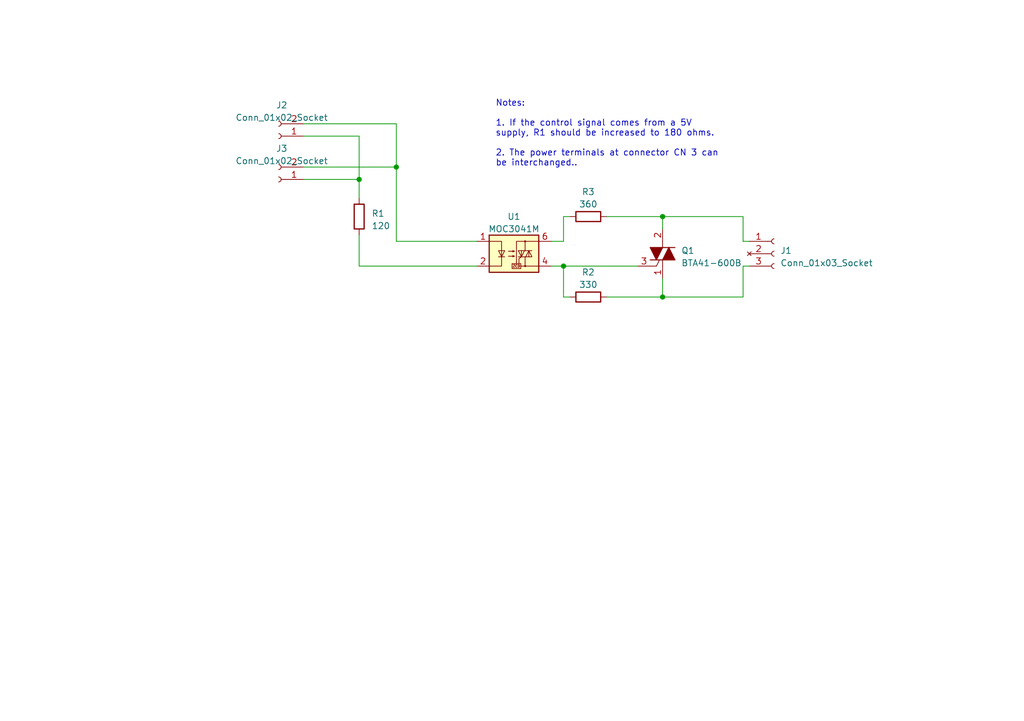
<source format=kicad_sch>
(kicad_sch (version 20230121) (generator eeschema)
  (paper "A5")
  (title_block (title "Output stage for Mk2PVRouter") (date "2023-03-17"))
  (lib_symbols
    (symbol "Connector:Conn_01x02_Socket" (pin_names (offset 1.016) hide)
      (property "Reference" "J" (at 0 2.54 0))
      (property "Value" "Conn_01x02_Socket" (at 0 -5.08 0))
      (symbol "Conn_01x02_Socket_1_1"
        (arc (start 0 -2.032) (mid -0.5058 -2.54) (end 0 -3.048) (stroke (width 0.1524)))
        (polyline (pts (xy -1.27 -2.54) (xy -0.508 -2.54)) (stroke (width 0.1524)))
        (polyline (pts (xy -1.27 0) (xy -0.508 0)) (stroke (width 0.1524)))
        (arc (start 0 0.508) (mid -0.5058 0) (end 0 -0.508) (stroke (width 0.1524)))
        (pin passive line (at -5.08 0 0) (length 3.81) (name "Pin_1") (number "1"))
        (pin passive line (at -5.08 -2.54 0) (length 3.81) (name "Pin_2") (number "2"))
      )
    )
    (symbol "Connector:Conn_01x03_Socket" (pin_names (offset 1.016) hide)
      (property "Reference" "J1" (at 1.27 0.635 0))
      (property "Value" "Conn_01x03_Socket" (at 1.27 -1.905 0))
      (symbol "Conn_01x03_Socket_1_1"
        (arc (start 0 -2.032) (mid -0.5058 -2.54) (end 0 -3.048) (stroke (width 0.1524)))
        (polyline (pts (xy -1.27 -2.54) (xy -0.508 -2.54)) (stroke (width 0.1524)))
        (polyline (pts (xy -1.27 0) (xy -0.508 0)) (stroke (width 0.1524)))
        (polyline (pts (xy -1.27 2.54) (xy -0.508 2.54)) (stroke (width 0.1524)))
        (arc (start 0 0.508) (mid -0.5058 0) (end 0 -0.508) (stroke (width 0.1524)))
        (arc (start 0 3.048) (mid -0.5058 2.54) (end 0 2.032) (stroke (width 0.1524)))
        (pin passive line (at -5.08 2.54 0) (length 3.81) (name "Pin_1") (number "1"))
        (pin no_connect line (at -5.08 0 0) (length 3.81) (name "Pin_2") (number "2"))
        (pin passive line (at -5.08 -2.54 0) (length 3.81) (name "Pin_3") (number "3"))
      )
    )
    (symbol "Device:R" (pin_numbers hide) (pin_names (offset 0))
      (property "Reference" "R" (at 2.032 0 90))
      (property "Value" "R" (at 0 0 90))
      (symbol "R_0_1"
        (rectangle (start -1.016 -2.54) (end 1.016 2.54) (stroke (width 0.254)))
      )
      (symbol "R_1_1"
        (pin passive line (at 0 3.81 270) (length 1.27) (name "~") (number "1"))
        (pin passive line (at 0 -3.81 90) (length 1.27) (name "~") (number "2"))
      )
    )
    (symbol "PCM_Triac_AKL:BTA41-600B" (pin_names (offset 0.002) hide)
      (property "Reference" "Q" (at 3.175 0.635 0))
      (property "Value" "BTA41-600B" (at 3.175 -1.27 0))
      (symbol "BTA41-600B_0_1"
        (polyline (pts (xy -2.54 -2.54) (xy -1.27 -2.54)) (stroke (width 0.1524)))
        (polyline (pts (xy -2.54 -1.27) (xy 2.54 -1.27)) (stroke (width 0.2032)))
        (polyline (pts (xy -2.54 1.27) (xy 2.54 1.27)) (stroke (width 0.2032)))
        (polyline (pts (xy -1.27 -2.54) (xy -0.635 -1.27)))
        (polyline (pts (xy 0 -2.54) (xy 0 -1.27)) (stroke (width 0.1524)))
        (polyline (pts (xy 0 2.54) (xy 0 1.27)) (stroke (width 0.1524)))
        (polyline (pts (xy -2.54 1.27) (xy -1.27 -1.27) (xy 0 1.27)) (stroke (width 0.2032)) (fill (type outline)))
        (polyline (pts (xy 0 -1.27) (xy 1.27 1.27) (xy 2.54 -1.27)) (stroke (width 0.2032)) (fill (type outline)))
      )
      (symbol "BTA41-600B_1_1"
        (pin passive line (at 0 -5.08 90) (length 2.54) (name "A1") (number "1"))
        (pin passive line (at 0 5.08 270) (length 2.54) (name "A2") (number "2"))
        (pin input line (at -5.08 -2.54 0) (length 2.54) (name "G") (number "3"))
      )
    )
    (symbol "Relay_SolidState:MOC3041M"
      (property "Reference" "U" (at -5.08 5.08 0))
      (property "Value" "MOC3041M" (at 0 5.08 0))
      (symbol "MOC3041M_0_0"
        (rectangle (start -0.381 -2.032) (end 1.397 -3.048))
        (polyline (pts (xy 2.286 -2.54) (xy 1.397 -2.54)))
        (polyline (pts (xy 1.524 -0.635) (xy 1.016 -1.016) (xy 1.016 -2.032)))
        (text "ZCD" (at 0.508 -2.54 0) (effects (font (size 0.508 0.508))))
      )
      (symbol "MOC3041M_0_1"
        (rectangle (start -5.08 3.81) (end 5.08 -3.81) (stroke (width 0.254)) (fill (type background)))
        (polyline (pts (xy -3.175 -0.635) (xy -1.905 -0.635)))
        (polyline (pts (xy 1.524 -0.635) (xy 1.524 0.635)))
        (polyline (pts (xy 3.048 0.635) (xy 3.048 -0.635)))
        (polyline (pts (xy 2.286 -0.635) (xy 2.286 -2.54) (xy 5.08 -2.54)))
        (polyline (pts (xy 2.286 0.635) (xy 2.286 2.54) (xy 5.08 2.54)))
        (polyline (pts (xy 2.286 2.54) (xy 0.508 2.54) (xy 0.508 -2.032)))
        (polyline (pts (xy -5.08 2.54) (xy -2.54 2.54) (xy -2.54 -2.54) (xy -5.08 -2.54)))
        (polyline (pts (xy -2.54 -0.635) (xy -3.175 0.635) (xy -1.905 0.635) (xy -2.54 -0.635)))
        (polyline (pts (xy 0.889 -0.635) (xy 3.683 -0.635) (xy 3.048 0.635) (xy 2.413 -0.635)))
        (polyline (pts (xy 3.683 0.635) (xy 0.889 0.635) (xy 1.524 -0.635) (xy 2.159 0.635)))
        (polyline (pts (xy -1.143 -0.508) (xy 0.127 -0.508) (xy -0.254 -0.635) (xy -0.254 -0.381) (xy 0.127 -0.508)))
        (polyline (pts (xy -1.143 0.508) (xy 0.127 0.508) (xy -0.254 0.381) (xy -0.254 0.635) (xy 0.127 0.508)))
        (circle (center 2.286 -2.54) (radius 0.127))
        (circle (center 2.286 2.54) (radius 0.127))
      )
      (symbol "MOC3041M_1_1"
        (pin passive line (at -7.62 2.54 0) (length 2.54) (name "~") (number "1"))
        (pin passive line (at -7.62 -2.54 0) (length 2.54) (name "~") (number "2"))
        (pin no_connect line (at -5.08 0 0) (length 2.54) hide (name "NC") (number "3"))
        (pin passive line (at 7.62 -2.54 180) (length 2.54) (name "~") (number "4"))
        (pin no_connect line (at 5.08 0 180) (length 2.54) hide (name "NC") (number "5"))
        (pin passive line (at 7.62 2.54 180) (length 2.54) (name "~") (number "6"))
      )
    )
  )
  (junction (at 115.57 54.61))
  (junction (at 135.89 44.45))
  (junction (at 135.89 60.96))
  (junction (at 81.28 34.29))
  (junction (at 73.66 36.83))
  (wire (pts (xy 81.28 25.4) (xy 81.28 34.29)))
  (wire (pts (xy 73.66 48.26) (xy 73.66 54.61)))
  (wire (pts (xy 124.46 60.96) (xy 135.89 60.96)))
  (wire (pts (xy 73.66 40.64) (xy 73.66 36.83)))
  (wire (pts (xy 152.4 54.61) (xy 152.4 60.96)))
  (wire (pts (xy 152.4 44.45) (xy 135.89 44.45)))
  (wire (pts (xy 116.84 44.45) (xy 115.57 44.45)))
  (wire (pts (xy 115.57 49.53) (xy 113.03 49.53)))
  (wire (pts (xy 62.23 25.4) (xy 81.28 25.4)))
  (wire (pts (xy 116.84 60.96) (xy 115.57 60.96)))
  (wire (pts (xy 81.28 49.53) (xy 97.79 49.53)))
  (wire (pts (xy 115.57 44.45) (xy 115.57 49.53)))
  (wire (pts (xy 81.28 34.29) (xy 81.28 49.53)))
  (wire (pts (xy 62.23 34.29) (xy 81.28 34.29)))
  (wire (pts (xy 152.4 54.61) (xy 153.67 54.61)))
  (wire (pts (xy 135.89 44.45) (xy 124.46 44.45)))
  (wire (pts (xy 62.23 27.94) (xy 73.66 27.94)))
  (wire (pts (xy 113.03 54.61) (xy 115.57 54.61)))
  (wire (pts (xy 152.4 49.53) (xy 153.67 49.53)))
  (wire (pts (xy 152.4 49.53) (xy 152.4 44.45)))
  (wire (pts (xy 97.79 54.61) (xy 73.66 54.61)))
  (wire (pts (xy 73.66 27.94) (xy 73.66 36.83)))
  (wire (pts (xy 73.66 36.83) (xy 62.23 36.83)))
  (wire (pts (xy 135.89 60.96) (xy 135.89 57.15)))
  (wire (pts (xy 115.57 60.96) (xy 115.57 54.61)))
  (wire (pts (xy 135.89 46.99) (xy 135.89 44.45)))
  (wire (pts (xy 152.4 60.96) (xy 135.89 60.96)))
  (wire (pts (xy 115.57 54.61) (xy 130.81 54.61)))
  (text "Notes:\n\n1. If the control signal comes from a 5V \nsupply, R1 should be increased to 180 ohms.\n\n2. The power terminals at connector CN 3 can \nbe interchanged.." (at 101.6 34.29 0) (effects (font (size 1.27 1.27)) (justify left bottom)))
  (symbol (lib_id "Device:R") (at 120.65 60.96 270) (unit 1)
    (property "Reference" "R2" (at 120.65 55.88 90))
    (property "Value" "330" (at 120.65 58.42 90))
    (property "Footprint" "Resistor_THT:R_Axial_DIN0207_L6.3mm_D2.5mm_P10.16mm_Horizontal" (effects hide))
  )
  (symbol (lib_id "Connector:Conn_01x02_Socket") (at 57.15 36.83 180) (unit 1)
    (property "Reference" "J3" (at 57.785 30.48 0))
    (property "Value" "Conn_01x02_Socket" (at 57.785 33.02 0))
    (property "Footprint" "Connector_Molex:Molex_SL_171971-0002_1x02_P2.54mm_Vertical" (effects hide))
  )
  (symbol (lib_id "PCM_Triac_AKL:BTA41-600B") (at 135.89 52.07 0) (unit 1)
    (property "Reference" "Q1" (at 139.7 51.435 0) (effects (justify left)))
    (property "Value" "BTA41-600B" (at 139.7 53.975 0) (effects (justify left)))
    (property "Footprint" "Package_TO_SOT_THT:TO-218-3_Vertical" (effects hide))
    (property "Datasheet" "https://www.tme.eu/Document/04a7384ba2314a2a2c0be567aaa7f9a3/BTA41-800BRG-STMicroelectronics.pdf" (effects hide))
  )
  (symbol (lib_id "Connector:Conn_01x02_Socket") (at 57.15 27.94 180) (unit 1)
    (property "Reference" "J2" (at 57.785 21.59 0))
    (property "Value" "Conn_01x02_Socket" (at 57.785 24.13 0))
    (property "Footprint" "Connector_Molex:Molex_SL_171971-0002_1x02_P2.54mm_Vertical" (effects hide))
  )
  (symbol (lib_id "Connector:Conn_01x03_Socket") (at 158.75 52.07 0) (unit 1)
    (property "Reference" "J1" (at 160.02 51.435 0) (effects (justify left)))
    (property "Value" "Conn_01x03_Socket" (at 160.02 53.975 0) (effects (justify left)))
    (property "Footprint" "Connector_Phoenix_MSTB:PhoenixContact_MSTBVA_2,5_3-G-5,08_1x03_P5.08mm_Vertical" (effects hide))
  )
  (symbol (lib_id "Device:R") (at 120.65 44.45 90) (unit 1)
    (property "Reference" "R3" (at 120.65 39.37 90))
    (property "Value" "360" (at 120.65 41.91 90))
    (property "Footprint" "Resistor_THT:R_Axial_DIN0207_L6.3mm_D2.5mm_P10.16mm_Horizontal" (effects hide))
  )
  (symbol (lib_id "Relay_SolidState:MOC3041M") (at 105.41 52.07 0) (unit 1)
    (property "Reference" "U1" (at 105.41 44.45 0))
    (property "Value" "MOC3041M" (at 105.41 46.99 0))
    (property "Footprint" "Package_DIP:DIP-6_W7.62mm_Socket_LongPads" (effects hide))
    (property "Datasheet" "https://www.onsemi.com/pub/Collateral/MOC3043M-D.pdf" (effects hide))
  )
  (symbol (lib_id "Device:R") (at 73.66 44.45 0) (unit 1)
    (property "Reference" "R1" (at 76.2 43.815 0) (effects (justify left)))
    (property "Value" "120" (at 76.2 46.355 0) (effects (justify left)))
    (property "Footprint" "Resistor_THT:R_Axial_DIN0207_L6.3mm_D2.5mm_P10.16mm_Horizontal" (effects hide))
  )
)
</source>
